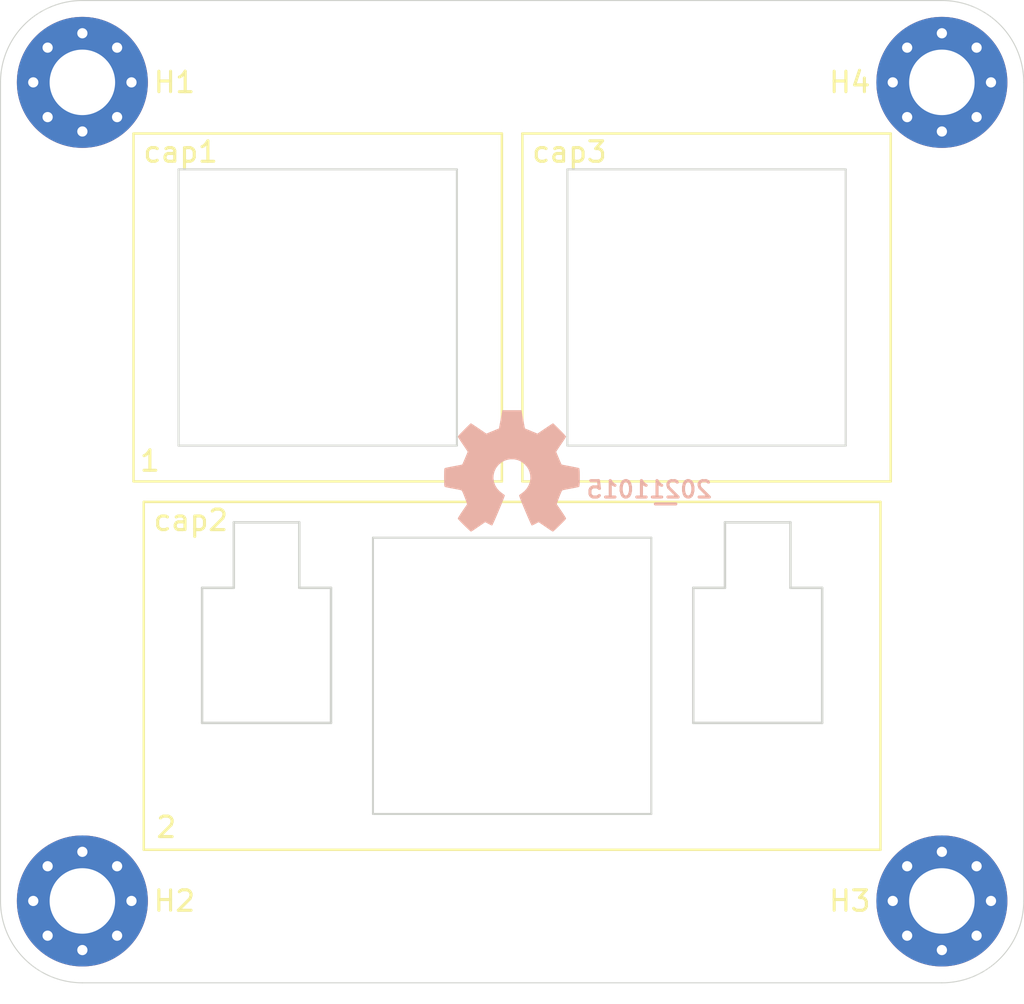
<source format=kicad_pcb>
(kicad_pcb (version 20171130) (host pcbnew 5.1.10-88a1d61d58~90~ubuntu21.04.1)

  (general
    (thickness 1.6)
    (drawings 8)
    (tracks 0)
    (zones 0)
    (modules 9)
    (nets 1)
  )

  (page A4)
  (layers
    (0 F.Cu signal)
    (31 B.Cu signal)
    (32 B.Adhes user)
    (33 F.Adhes user)
    (34 B.Paste user)
    (35 F.Paste user)
    (36 B.SilkS user)
    (37 F.SilkS user)
    (38 B.Mask user)
    (39 F.Mask user)
    (40 Dwgs.User user)
    (41 Cmts.User user)
    (42 Eco1.User user)
    (43 Eco2.User user)
    (44 Edge.Cuts user)
    (45 Margin user)
    (46 B.CrtYd user)
    (47 F.CrtYd user)
    (48 B.Fab user)
    (49 F.Fab user)
  )

  (setup
    (last_trace_width 0.2)
    (user_trace_width 0.2)
    (user_trace_width 0.3)
    (user_trace_width 0.4)
    (user_trace_width 0.6)
    (user_trace_width 0.8)
    (user_trace_width 1)
    (user_trace_width 1.2)
    (user_trace_width 1.4)
    (user_trace_width 1.6)
    (user_trace_width 2)
    (trace_clearance 0.2)
    (zone_clearance 0.508)
    (zone_45_only no)
    (trace_min 0.1)
    (via_size 0.6)
    (via_drill 0.3)
    (via_min_size 0.5)
    (via_min_drill 0.3)
    (user_via 0.6 0.3)
    (user_via 0.7 0.4)
    (user_via 0.8 0.5)
    (user_via 0.9 0.6)
    (user_via 1.1 0.8)
    (user_via 1.4 1)
    (user_via 1.6 1.2)
    (user_via 1.8 1.4)
    (user_via 2 1.6)
    (user_via 2.5 2)
    (uvia_size 0.3)
    (uvia_drill 0.1)
    (uvias_allowed no)
    (uvia_min_size 0.2)
    (uvia_min_drill 0.1)
    (edge_width 0.05)
    (segment_width 0.2)
    (pcb_text_width 0.3)
    (pcb_text_size 1.5 1.5)
    (mod_edge_width 0.12)
    (mod_text_size 0.8 0.8)
    (mod_text_width 0.12)
    (pad_size 1.524 1.524)
    (pad_drill 0.762)
    (pad_to_mask_clearance 0)
    (pad_to_paste_clearance_ratio -0.1)
    (aux_axis_origin 0 0)
    (visible_elements FFFFFF7F)
    (pcbplotparams
      (layerselection 0x010fc_ffffffff)
      (usegerberextensions false)
      (usegerberattributes true)
      (usegerberadvancedattributes true)
      (creategerberjobfile true)
      (excludeedgelayer true)
      (linewidth 0.100000)
      (plotframeref false)
      (viasonmask false)
      (mode 1)
      (useauxorigin false)
      (hpglpennumber 1)
      (hpglpenspeed 20)
      (hpglpendiameter 15.000000)
      (psnegative false)
      (psa4output false)
      (plotreference true)
      (plotvalue true)
      (plotinvisibletext false)
      (padsonsilk false)
      (subtractmaskfromsilk false)
      (outputformat 1)
      (mirror false)
      (drillshape 1)
      (scaleselection 1)
      (outputdirectory ""))
  )

  (net 0 "")

  (net_class Default "This is the default net class."
    (clearance 0.2)
    (trace_width 0.2)
    (via_dia 0.6)
    (via_drill 0.3)
    (uvia_dia 0.3)
    (uvia_drill 0.1)
  )

  (module SquantorSwitches:KAILH_choc_plate_2 (layer F.Cu) (tedit 61699C55) (tstamp 6169FBDB)
    (at 159.5 80)
    (descr "Kailh Choc switch front plate cut out 2 wide")
    (tags "Kailh Choc stabilizer")
    (path /6169AC78)
    (fp_text reference cap2 (at -15.7 -7.6) (layer F.SilkS)
      (effects (font (size 1 1) (thickness 0.15)))
    )
    (fp_text value 2 (at -16.9 7.4) (layer F.SilkS)
      (effects (font (size 1 1) (thickness 0.15)))
    )
    (fp_line (start 6.8 6.75) (end -6.8 6.75) (layer Edge.Cuts) (width 0.1))
    (fp_line (start 6.8 -6.75) (end 6.8 6.75) (layer Edge.Cuts) (width 0.1))
    (fp_line (start -6.8 -6.75) (end 6.8 -6.75) (layer Edge.Cuts) (width 0.1))
    (fp_line (start -6.8 6.75) (end -6.8 -6.75) (layer Edge.Cuts) (width 0.1))
    (fp_line (start -18 8.5) (end -18 -8.5) (layer F.SilkS) (width 0.12))
    (fp_line (start -18 -8.5) (end 18 -8.5) (layer F.SilkS) (width 0.12))
    (fp_line (start 18 -8.5) (end 18 8.5) (layer F.SilkS) (width 0.12))
    (fp_line (start 18 8.5) (end -18 8.5) (layer F.SilkS) (width 0.12))
    (fp_line (start -15.15 2.3) (end -15.15 -4.3) (layer Edge.Cuts) (width 0.12))
    (fp_line (start -15.15 -4.3) (end -13.6 -4.3) (layer Edge.Cuts) (width 0.12))
    (fp_line (start -8.85 -4.3) (end -8.85 2.3) (layer Edge.Cuts) (width 0.12))
    (fp_line (start -8.85 2.3) (end -15.15 2.3) (layer Edge.Cuts) (width 0.12))
    (fp_line (start -13.6 -4.3) (end -13.6 -7.5) (layer Edge.Cuts) (width 0.12))
    (fp_line (start -13.6 -7.5) (end -10.4 -7.5) (layer Edge.Cuts) (width 0.12))
    (fp_line (start -10.4 -7.5) (end -10.4 -4.3) (layer Edge.Cuts) (width 0.12))
    (fp_line (start -8.85 -4.3) (end -10.4 -4.3) (layer Edge.Cuts) (width 0.12))
    (fp_line (start -12 0.9) (end -12 -8.6) (layer B.Fab) (width 1))
    (fp_line (start -12 -8.6) (end 12 -8.6) (layer B.Fab) (width 1))
    (fp_line (start 12 -8.6) (end 12 0.9) (layer B.Fab) (width 1))
    (fp_line (start 13.6 -7.5) (end 13.6 -4.3) (layer Edge.Cuts) (width 0.12))
    (fp_line (start 8.85 2.3) (end 8.85 -4.3) (layer Edge.Cuts) (width 0.12))
    (fp_line (start 15.15 2.3) (end 8.85 2.3) (layer Edge.Cuts) (width 0.12))
    (fp_line (start 10.4 -4.3) (end 10.4 -7.5) (layer Edge.Cuts) (width 0.12))
    (fp_line (start 10.4 -7.5) (end 13.6 -7.5) (layer Edge.Cuts) (width 0.12))
    (fp_line (start 15.15 -4.3) (end 15.15 2.3) (layer Edge.Cuts) (width 0.12))
    (fp_line (start 15.15 -4.3) (end 13.6 -4.3) (layer Edge.Cuts) (width 0.12))
    (fp_line (start 8.85 -4.3) (end 10.4 -4.3) (layer Edge.Cuts) (width 0.12))
  )

  (module SquantorSwitches:KAILH_choc_plate_1 (layer F.Cu) (tedit 61699239) (tstamp 6169FEFD)
    (at 169 62)
    (descr "Kailh Choc switch front plate cut out 1 wide")
    (tags "kailh choc plate cutout")
    (path /6169ADA5)
    (fp_text reference cap3 (at -6.7 -7.6) (layer F.SilkS)
      (effects (font (size 1 1) (thickness 0.15)))
    )
    (fp_text value 3 (at -8.2 7.5) (layer F.SilkS)
      (effects (font (size 1 1) (thickness 0.15)))
    )
    (fp_line (start 6.8 6.75) (end -6.8 6.75) (layer Edge.Cuts) (width 0.1))
    (fp_line (start 6.8 -6.75) (end 6.8 6.75) (layer Edge.Cuts) (width 0.1))
    (fp_line (start -6.8 -6.75) (end 6.8 -6.75) (layer Edge.Cuts) (width 0.1))
    (fp_line (start -6.8 6.75) (end -6.8 -6.75) (layer Edge.Cuts) (width 0.1))
    (fp_line (start -9 8.5) (end -9 -8.5) (layer F.SilkS) (width 0.12))
    (fp_line (start -9 -8.5) (end 9 -8.5) (layer F.SilkS) (width 0.12))
    (fp_line (start 9 -8.5) (end 9 8.5) (layer F.SilkS) (width 0.12))
    (fp_line (start 9 8.5) (end -9 8.5) (layer F.SilkS) (width 0.12))
  )

  (module SquantorSwitches:KAILH_choc_plate_1 (layer F.Cu) (tedit 61699239) (tstamp 6169FD9A)
    (at 150 62)
    (descr "Kailh Choc switch front plate cut out 1 wide")
    (tags "kailh choc plate cutout")
    (path /61698FC9)
    (fp_text reference cap1 (at -6.7 -7.6) (layer F.SilkS)
      (effects (font (size 1 1) (thickness 0.15)))
    )
    (fp_text value 1 (at -8.2 7.5) (layer F.SilkS)
      (effects (font (size 1 1) (thickness 0.15)))
    )
    (fp_line (start 6.8 6.75) (end -6.8 6.75) (layer Edge.Cuts) (width 0.1))
    (fp_line (start 6.8 -6.75) (end 6.8 6.75) (layer Edge.Cuts) (width 0.1))
    (fp_line (start -6.8 -6.75) (end 6.8 -6.75) (layer Edge.Cuts) (width 0.1))
    (fp_line (start -6.8 6.75) (end -6.8 -6.75) (layer Edge.Cuts) (width 0.1))
    (fp_line (start -9 8.5) (end -9 -8.5) (layer F.SilkS) (width 0.12))
    (fp_line (start -9 -8.5) (end 9 -8.5) (layer F.SilkS) (width 0.12))
    (fp_line (start 9 -8.5) (end 9 8.5) (layer F.SilkS) (width 0.12))
    (fp_line (start 9 8.5) (end -9 8.5) (layer F.SilkS) (width 0.12))
  )

  (module MountingHole:MountingHole_3.2mm_M3_Pad_Via (layer F.Cu) (tedit 56DDBCCA) (tstamp 6169F724)
    (at 180.5 51)
    (descr "Mounting Hole 3.2mm, M3")
    (tags "mounting hole 3.2mm m3")
    (path /6169EB76)
    (attr virtual)
    (fp_text reference H4 (at -4.5 0) (layer F.SilkS)
      (effects (font (size 1 1) (thickness 0.15)))
    )
    (fp_text value M3 (at 0 4.2) (layer F.Fab)
      (effects (font (size 1 1) (thickness 0.15)))
    )
    (fp_circle (center 0 0) (end 3.45 0) (layer F.CrtYd) (width 0.05))
    (fp_circle (center 0 0) (end 3.2 0) (layer Cmts.User) (width 0.15))
    (fp_text user %R (at 0.3 0) (layer F.Fab)
      (effects (font (size 1 1) (thickness 0.15)))
    )
    (pad 1 thru_hole circle (at 1.697056 -1.697056) (size 0.8 0.8) (drill 0.5) (layers *.Cu *.Mask))
    (pad 1 thru_hole circle (at 0 -2.4) (size 0.8 0.8) (drill 0.5) (layers *.Cu *.Mask))
    (pad 1 thru_hole circle (at -1.697056 -1.697056) (size 0.8 0.8) (drill 0.5) (layers *.Cu *.Mask))
    (pad 1 thru_hole circle (at -2.4 0) (size 0.8 0.8) (drill 0.5) (layers *.Cu *.Mask))
    (pad 1 thru_hole circle (at -1.697056 1.697056) (size 0.8 0.8) (drill 0.5) (layers *.Cu *.Mask))
    (pad 1 thru_hole circle (at 0 2.4) (size 0.8 0.8) (drill 0.5) (layers *.Cu *.Mask))
    (pad 1 thru_hole circle (at 1.697056 1.697056) (size 0.8 0.8) (drill 0.5) (layers *.Cu *.Mask))
    (pad 1 thru_hole circle (at 2.4 0) (size 0.8 0.8) (drill 0.5) (layers *.Cu *.Mask))
    (pad 1 thru_hole circle (at 0 0) (size 6.4 6.4) (drill 3.2) (layers *.Cu *.Mask))
  )

  (module MountingHole:MountingHole_3.2mm_M3_Pad_Via (layer F.Cu) (tedit 56DDBCCA) (tstamp 6169F714)
    (at 180.5 91)
    (descr "Mounting Hole 3.2mm, M3")
    (tags "mounting hole 3.2mm m3")
    (path /6169E247)
    (attr virtual)
    (fp_text reference H3 (at -4.5 0) (layer F.SilkS)
      (effects (font (size 1 1) (thickness 0.15)))
    )
    (fp_text value M3 (at 0 4.2) (layer F.Fab)
      (effects (font (size 1 1) (thickness 0.15)))
    )
    (fp_circle (center 0 0) (end 3.45 0) (layer F.CrtYd) (width 0.05))
    (fp_circle (center 0 0) (end 3.2 0) (layer Cmts.User) (width 0.15))
    (fp_text user %R (at 0.3 0) (layer F.Fab)
      (effects (font (size 1 1) (thickness 0.15)))
    )
    (pad 1 thru_hole circle (at 1.697056 -1.697056) (size 0.8 0.8) (drill 0.5) (layers *.Cu *.Mask))
    (pad 1 thru_hole circle (at 0 -2.4) (size 0.8 0.8) (drill 0.5) (layers *.Cu *.Mask))
    (pad 1 thru_hole circle (at -1.697056 -1.697056) (size 0.8 0.8) (drill 0.5) (layers *.Cu *.Mask))
    (pad 1 thru_hole circle (at -2.4 0) (size 0.8 0.8) (drill 0.5) (layers *.Cu *.Mask))
    (pad 1 thru_hole circle (at -1.697056 1.697056) (size 0.8 0.8) (drill 0.5) (layers *.Cu *.Mask))
    (pad 1 thru_hole circle (at 0 2.4) (size 0.8 0.8) (drill 0.5) (layers *.Cu *.Mask))
    (pad 1 thru_hole circle (at 1.697056 1.697056) (size 0.8 0.8) (drill 0.5) (layers *.Cu *.Mask))
    (pad 1 thru_hole circle (at 2.4 0) (size 0.8 0.8) (drill 0.5) (layers *.Cu *.Mask))
    (pad 1 thru_hole circle (at 0 0) (size 6.4 6.4) (drill 3.2) (layers *.Cu *.Mask))
  )

  (module MountingHole:MountingHole_3.2mm_M3_Pad_Via (layer F.Cu) (tedit 56DDBCCA) (tstamp 6169F704)
    (at 138.5 91)
    (descr "Mounting Hole 3.2mm, M3")
    (tags "mounting hole 3.2mm m3")
    (path /6169F8F7)
    (attr virtual)
    (fp_text reference H2 (at 4.5 0) (layer F.SilkS)
      (effects (font (size 1 1) (thickness 0.15)))
    )
    (fp_text value M3 (at 0 4.2) (layer F.Fab)
      (effects (font (size 1 1) (thickness 0.15)))
    )
    (fp_circle (center 0 0) (end 3.45 0) (layer F.CrtYd) (width 0.05))
    (fp_circle (center 0 0) (end 3.2 0) (layer Cmts.User) (width 0.15))
    (fp_text user %R (at 0.3 0) (layer F.Fab)
      (effects (font (size 1 1) (thickness 0.15)))
    )
    (pad 1 thru_hole circle (at 1.697056 -1.697056) (size 0.8 0.8) (drill 0.5) (layers *.Cu *.Mask))
    (pad 1 thru_hole circle (at 0 -2.4) (size 0.8 0.8) (drill 0.5) (layers *.Cu *.Mask))
    (pad 1 thru_hole circle (at -1.697056 -1.697056) (size 0.8 0.8) (drill 0.5) (layers *.Cu *.Mask))
    (pad 1 thru_hole circle (at -2.4 0) (size 0.8 0.8) (drill 0.5) (layers *.Cu *.Mask))
    (pad 1 thru_hole circle (at -1.697056 1.697056) (size 0.8 0.8) (drill 0.5) (layers *.Cu *.Mask))
    (pad 1 thru_hole circle (at 0 2.4) (size 0.8 0.8) (drill 0.5) (layers *.Cu *.Mask))
    (pad 1 thru_hole circle (at 1.697056 1.697056) (size 0.8 0.8) (drill 0.5) (layers *.Cu *.Mask))
    (pad 1 thru_hole circle (at 2.4 0) (size 0.8 0.8) (drill 0.5) (layers *.Cu *.Mask))
    (pad 1 thru_hole circle (at 0 0) (size 6.4 6.4) (drill 3.2) (layers *.Cu *.Mask))
  )

  (module MountingHole:MountingHole_3.2mm_M3_Pad_Via (layer F.Cu) (tedit 56DDBCCA) (tstamp 6169F6F4)
    (at 138.5 51)
    (descr "Mounting Hole 3.2mm, M3")
    (tags "mounting hole 3.2mm m3")
    (path /61699D38)
    (attr virtual)
    (fp_text reference H1 (at 4.5 0) (layer F.SilkS)
      (effects (font (size 1 1) (thickness 0.15)))
    )
    (fp_text value M3 (at 0 4.2) (layer F.Fab)
      (effects (font (size 1 1) (thickness 0.15)))
    )
    (fp_circle (center 0 0) (end 3.45 0) (layer F.CrtYd) (width 0.05))
    (fp_circle (center 0 0) (end 3.2 0) (layer Cmts.User) (width 0.15))
    (fp_text user %R (at 0.3 0) (layer F.Fab)
      (effects (font (size 1 1) (thickness 0.15)))
    )
    (pad 1 thru_hole circle (at 1.697056 -1.697056) (size 0.8 0.8) (drill 0.5) (layers *.Cu *.Mask))
    (pad 1 thru_hole circle (at 0 -2.4) (size 0.8 0.8) (drill 0.5) (layers *.Cu *.Mask))
    (pad 1 thru_hole circle (at -1.697056 -1.697056) (size 0.8 0.8) (drill 0.5) (layers *.Cu *.Mask))
    (pad 1 thru_hole circle (at -2.4 0) (size 0.8 0.8) (drill 0.5) (layers *.Cu *.Mask))
    (pad 1 thru_hole circle (at -1.697056 1.697056) (size 0.8 0.8) (drill 0.5) (layers *.Cu *.Mask))
    (pad 1 thru_hole circle (at 0 2.4) (size 0.8 0.8) (drill 0.5) (layers *.Cu *.Mask))
    (pad 1 thru_hole circle (at 1.697056 1.697056) (size 0.8 0.8) (drill 0.5) (layers *.Cu *.Mask))
    (pad 1 thru_hole circle (at 2.4 0) (size 0.8 0.8) (drill 0.5) (layers *.Cu *.Mask))
    (pad 1 thru_hole circle (at 0 0) (size 6.4 6.4) (drill 3.2) (layers *.Cu *.Mask))
  )

  (module Symbol:OSHW-Symbol_6.7x6mm_SilkScreen (layer B.Cu) (tedit 0) (tstamp 6169FF52)
    (at 159.5 70 180)
    (descr "Open Source Hardware Symbol")
    (tags "Logo Symbol OSHW")
    (path /5EE13678)
    (attr virtual)
    (fp_text reference N2 (at 0 0) (layer B.SilkS) hide
      (effects (font (size 1 1) (thickness 0.15)) (justify mirror))
    )
    (fp_text value OHWLOGO (at 0.75 0) (layer B.Fab) hide
      (effects (font (size 1 1) (thickness 0.15)) (justify mirror))
    )
    (fp_poly (pts (xy 0.555814 2.531069) (xy 0.639635 2.086445) (xy 0.94892 1.958947) (xy 1.258206 1.831449)
      (xy 1.629246 2.083754) (xy 1.733157 2.154004) (xy 1.827087 2.216728) (xy 1.906652 2.269062)
      (xy 1.96747 2.308143) (xy 2.005157 2.331107) (xy 2.015421 2.336058) (xy 2.03391 2.323324)
      (xy 2.07342 2.288118) (xy 2.129522 2.234938) (xy 2.197787 2.168282) (xy 2.273786 2.092646)
      (xy 2.353092 2.012528) (xy 2.431275 1.932426) (xy 2.503907 1.856836) (xy 2.566559 1.790255)
      (xy 2.614803 1.737182) (xy 2.64421 1.702113) (xy 2.651241 1.690377) (xy 2.641123 1.66874)
      (xy 2.612759 1.621338) (xy 2.569129 1.552807) (xy 2.513218 1.467785) (xy 2.448006 1.370907)
      (xy 2.410219 1.31565) (xy 2.341343 1.214752) (xy 2.28014 1.123701) (xy 2.229578 1.04703)
      (xy 2.192628 0.989272) (xy 2.172258 0.954957) (xy 2.169197 0.947746) (xy 2.176136 0.927252)
      (xy 2.195051 0.879487) (xy 2.223087 0.811168) (xy 2.257391 0.729011) (xy 2.295109 0.63973)
      (xy 2.333387 0.550042) (xy 2.36937 0.466662) (xy 2.400206 0.396306) (xy 2.423039 0.34569)
      (xy 2.435017 0.321529) (xy 2.435724 0.320578) (xy 2.454531 0.315964) (xy 2.504618 0.305672)
      (xy 2.580793 0.290713) (xy 2.677865 0.272099) (xy 2.790643 0.250841) (xy 2.856442 0.238582)
      (xy 2.97695 0.215638) (xy 3.085797 0.193805) (xy 3.177476 0.174278) (xy 3.246481 0.158252)
      (xy 3.287304 0.146921) (xy 3.295511 0.143326) (xy 3.303548 0.118994) (xy 3.310033 0.064041)
      (xy 3.31497 -0.015108) (xy 3.318364 -0.112026) (xy 3.320218 -0.220287) (xy 3.320538 -0.333465)
      (xy 3.319327 -0.445135) (xy 3.31659 -0.548868) (xy 3.312331 -0.638241) (xy 3.306555 -0.706826)
      (xy 3.299267 -0.748197) (xy 3.294895 -0.75681) (xy 3.268764 -0.767133) (xy 3.213393 -0.781892)
      (xy 3.136107 -0.799352) (xy 3.04423 -0.81778) (xy 3.012158 -0.823741) (xy 2.857524 -0.852066)
      (xy 2.735375 -0.874876) (xy 2.641673 -0.89308) (xy 2.572384 -0.907583) (xy 2.523471 -0.919292)
      (xy 2.490897 -0.929115) (xy 2.470628 -0.937956) (xy 2.458626 -0.946724) (xy 2.456947 -0.948457)
      (xy 2.440184 -0.976371) (xy 2.414614 -1.030695) (xy 2.382788 -1.104777) (xy 2.34726 -1.191965)
      (xy 2.310583 -1.285608) (xy 2.275311 -1.379052) (xy 2.243996 -1.465647) (xy 2.219193 -1.53874)
      (xy 2.203454 -1.591678) (xy 2.199332 -1.617811) (xy 2.199676 -1.618726) (xy 2.213641 -1.640086)
      (xy 2.245322 -1.687084) (xy 2.291391 -1.754827) (xy 2.348518 -1.838423) (xy 2.413373 -1.932982)
      (xy 2.431843 -1.959854) (xy 2.497699 -2.057275) (xy 2.55565 -2.146163) (xy 2.602538 -2.221412)
      (xy 2.635207 -2.27792) (xy 2.6505 -2.310581) (xy 2.651241 -2.314593) (xy 2.638392 -2.335684)
      (xy 2.602888 -2.377464) (xy 2.549293 -2.435445) (xy 2.482171 -2.505135) (xy 2.406087 -2.582045)
      (xy 2.325604 -2.661683) (xy 2.245287 -2.739561) (xy 2.169699 -2.811186) (xy 2.103405 -2.87207)
      (xy 2.050969 -2.917721) (xy 2.016955 -2.94365) (xy 2.007545 -2.947883) (xy 1.985643 -2.937912)
      (xy 1.9408 -2.91102) (xy 1.880321 -2.871736) (xy 1.833789 -2.840117) (xy 1.749475 -2.782098)
      (xy 1.649626 -2.713784) (xy 1.549473 -2.645579) (xy 1.495627 -2.609075) (xy 1.313371 -2.4858)
      (xy 1.160381 -2.56852) (xy 1.090682 -2.604759) (xy 1.031414 -2.632926) (xy 0.991311 -2.648991)
      (xy 0.981103 -2.651226) (xy 0.968829 -2.634722) (xy 0.944613 -2.588082) (xy 0.910263 -2.515609)
      (xy 0.867588 -2.421606) (xy 0.818394 -2.310374) (xy 0.76449 -2.186215) (xy 0.707684 -2.053432)
      (xy 0.649782 -1.916327) (xy 0.592593 -1.779202) (xy 0.537924 -1.646358) (xy 0.487584 -1.522098)
      (xy 0.44338 -1.410725) (xy 0.407119 -1.316539) (xy 0.380609 -1.243844) (xy 0.365658 -1.196941)
      (xy 0.363254 -1.180833) (xy 0.382311 -1.160286) (xy 0.424036 -1.126933) (xy 0.479706 -1.087702)
      (xy 0.484378 -1.084599) (xy 0.628264 -0.969423) (xy 0.744283 -0.835053) (xy 0.83143 -0.685784)
      (xy 0.888699 -0.525913) (xy 0.915086 -0.359737) (xy 0.909585 -0.191552) (xy 0.87119 -0.025655)
      (xy 0.798895 0.133658) (xy 0.777626 0.168513) (xy 0.666996 0.309263) (xy 0.536302 0.422286)
      (xy 0.390064 0.506997) (xy 0.232808 0.562806) (xy 0.069057 0.589126) (xy -0.096667 0.58537)
      (xy -0.259838 0.55095) (xy -0.415935 0.485277) (xy -0.560433 0.387765) (xy -0.605131 0.348187)
      (xy -0.718888 0.224297) (xy -0.801782 0.093876) (xy -0.858644 -0.052315) (xy -0.890313 -0.197088)
      (xy -0.898131 -0.35986) (xy -0.872062 -0.52344) (xy -0.814755 -0.682298) (xy -0.728856 -0.830906)
      (xy -0.617014 -0.963735) (xy -0.481877 -1.075256) (xy -0.464117 -1.087011) (xy -0.40785 -1.125508)
      (xy -0.365077 -1.158863) (xy -0.344628 -1.18016) (xy -0.344331 -1.180833) (xy -0.348721 -1.203871)
      (xy -0.366124 -1.256157) (xy -0.394732 -1.33339) (xy -0.432735 -1.431268) (xy -0.478326 -1.545491)
      (xy -0.529697 -1.671758) (xy -0.585038 -1.805767) (xy -0.642542 -1.943218) (xy -0.700399 -2.079808)
      (xy -0.756802 -2.211237) (xy -0.809942 -2.333205) (xy -0.85801 -2.441409) (xy -0.899199 -2.531549)
      (xy -0.931699 -2.599323) (xy -0.953703 -2.64043) (xy -0.962564 -2.651226) (xy -0.98964 -2.642819)
      (xy -1.040303 -2.620272) (xy -1.105817 -2.587613) (xy -1.141841 -2.56852) (xy -1.294832 -2.4858)
      (xy -1.477088 -2.609075) (xy -1.570125 -2.672228) (xy -1.671985 -2.741727) (xy -1.767438 -2.807165)
      (xy -1.81525 -2.840117) (xy -1.882495 -2.885273) (xy -1.939436 -2.921057) (xy -1.978646 -2.942938)
      (xy -1.991381 -2.947563) (xy -2.009917 -2.935085) (xy -2.050941 -2.900252) (xy -2.110475 -2.846678)
      (xy -2.184542 -2.777983) (xy -2.269165 -2.697781) (xy -2.322685 -2.646286) (xy -2.416319 -2.554286)
      (xy -2.497241 -2.471999) (xy -2.562177 -2.402945) (xy -2.607858 -2.350644) (xy -2.631011 -2.318616)
      (xy -2.633232 -2.312116) (xy -2.622924 -2.287394) (xy -2.594439 -2.237405) (xy -2.550937 -2.167212)
      (xy -2.495577 -2.081875) (xy -2.43152 -1.986456) (xy -2.413303 -1.959854) (xy -2.346927 -1.863167)
      (xy -2.287378 -1.776117) (xy -2.237984 -1.703595) (xy -2.202075 -1.650493) (xy -2.182981 -1.621703)
      (xy -2.181136 -1.618726) (xy -2.183895 -1.595782) (xy -2.198538 -1.545336) (xy -2.222513 -1.474041)
      (xy -2.253266 -1.388547) (xy -2.288244 -1.295507) (xy -2.324893 -1.201574) (xy -2.360661 -1.113399)
      (xy -2.392994 -1.037634) (xy -2.419338 -0.980931) (xy -2.437142 -0.949943) (xy -2.438407 -0.948457)
      (xy -2.449294 -0.939601) (xy -2.467682 -0.930843) (xy -2.497606 -0.921277) (xy -2.543103 -0.909996)
      (xy -2.608209 -0.896093) (xy -2.696961 -0.878663) (xy -2.813393 -0.856798) (xy -2.961542 -0.829591)
      (xy -2.993618 -0.823741) (xy -3.088686 -0.805374) (xy -3.171565 -0.787405) (xy -3.23493 -0.771569)
      (xy -3.271458 -0.7596) (xy -3.276356 -0.75681) (xy -3.284427 -0.732072) (xy -3.290987 -0.67679)
      (xy -3.296033 -0.597389) (xy -3.299559 -0.500296) (xy -3.301561 -0.391938) (xy -3.302036 -0.27874)
      (xy -3.300977 -0.167128) (xy -3.298382 -0.063529) (xy -3.294246 0.025632) (xy -3.288563 0.093928)
      (xy -3.281331 0.134934) (xy -3.276971 0.143326) (xy -3.252698 0.151792) (xy -3.197426 0.165565)
      (xy -3.116662 0.18345) (xy -3.015912 0.204252) (xy -2.900683 0.226777) (xy -2.837902 0.238582)
      (xy -2.718787 0.260849) (xy -2.612565 0.281021) (xy -2.524427 0.298085) (xy -2.459566 0.311031)
      (xy -2.423174 0.318845) (xy -2.417184 0.320578) (xy -2.407061 0.34011) (xy -2.385662 0.387157)
      (xy -2.355839 0.454997) (xy -2.320445 0.536909) (xy -2.282332 0.626172) (xy -2.244353 0.716065)
      (xy -2.20936 0.799865) (xy -2.180206 0.870853) (xy -2.159743 0.922306) (xy -2.150823 0.947503)
      (xy -2.150657 0.948604) (xy -2.160769 0.968481) (xy -2.189117 1.014223) (xy -2.232723 1.081283)
      (xy -2.288606 1.165116) (xy -2.353787 1.261174) (xy -2.391679 1.31635) (xy -2.460725 1.417519)
      (xy -2.52205 1.50937) (xy -2.572663 1.587256) (xy -2.609571 1.646531) (xy -2.629782 1.682549)
      (xy -2.632701 1.690623) (xy -2.620153 1.709416) (xy -2.585463 1.749543) (xy -2.533063 1.806507)
      (xy -2.467384 1.875815) (xy -2.392856 1.952969) (xy -2.313913 2.033475) (xy -2.234983 2.112837)
      (xy -2.1605 2.18656) (xy -2.094894 2.250148) (xy -2.042596 2.299106) (xy -2.008039 2.328939)
      (xy -1.996478 2.336058) (xy -1.977654 2.326047) (xy -1.932631 2.297922) (xy -1.865787 2.254546)
      (xy -1.781499 2.198782) (xy -1.684144 2.133494) (xy -1.610707 2.083754) (xy -1.239667 1.831449)
      (xy -0.621095 2.086445) (xy -0.537275 2.531069) (xy -0.453454 2.975693) (xy 0.471994 2.975693)
      (xy 0.555814 2.531069)) (layer B.SilkS) (width 0.01))
  )

  (module SquantorLabels:Label_Generic (layer B.Cu) (tedit 5D8A7D4C) (tstamp 6169FF46)
    (at 167 71 180)
    (descr "Label for general purpose use")
    (tags Label)
    (path /5EE12BF3)
    (attr smd)
    (fp_text reference N1 (at 0 -1.85) (layer B.Fab) hide
      (effects (font (size 1 1) (thickness 0.15)) (justify mirror))
    )
    (fp_text value 20211015 (at 0.8 0.1) (layer B.SilkS)
      (effects (font (size 0.8 0.8) (thickness 0.15)) (justify mirror))
    )
    (fp_line (start -0.5 -0.6) (end 0.5 -0.6) (layer B.SilkS) (width 0.15))
  )

  (gr_line (start 180.5 47) (end 138.5 47) (layer Edge.Cuts) (width 0.05) (tstamp 616A00D7))
  (gr_line (start 184.5 91) (end 184.5 51) (layer Edge.Cuts) (width 0.05) (tstamp 616A00D6))
  (gr_line (start 138.5 95) (end 180.5 95) (layer Edge.Cuts) (width 0.05) (tstamp 616A00D5))
  (gr_line (start 134.5 51) (end 134.5 91) (layer Edge.Cuts) (width 0.05) (tstamp 616A00D4))
  (gr_arc (start 138.5 91) (end 134.5 91) (angle -90) (layer Edge.Cuts) (width 0.05))
  (gr_arc (start 180.5 91) (end 180.5 95) (angle -90) (layer Edge.Cuts) (width 0.05))
  (gr_arc (start 180.5 51) (end 184.5 51) (angle -90) (layer Edge.Cuts) (width 0.05))
  (gr_arc (start 138.5 51) (end 138.5 47) (angle -90) (layer Edge.Cuts) (width 0.05))

)

</source>
